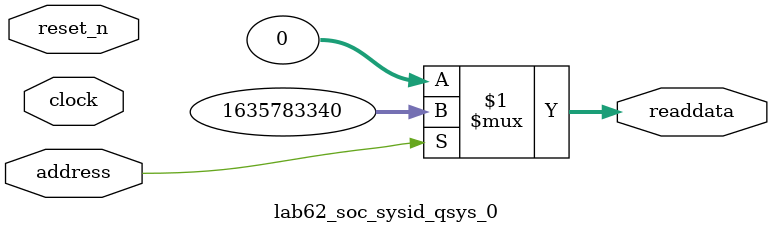
<source format=v>



// synthesis translate_off
`timescale 1ns / 1ps
// synthesis translate_on

// turn off superfluous verilog processor warnings 
// altera message_level Level1 
// altera message_off 10034 10035 10036 10037 10230 10240 10030 

module lab62_soc_sysid_qsys_0 (
               // inputs:
                address,
                clock,
                reset_n,

               // outputs:
                readdata
             )
;

  output  [ 31: 0] readdata;
  input            address;
  input            clock;
  input            reset_n;

  wire    [ 31: 0] readdata;
  //control_slave, which is an e_avalon_slave
  assign readdata = address ? 1635783340 : 0;

endmodule



</source>
